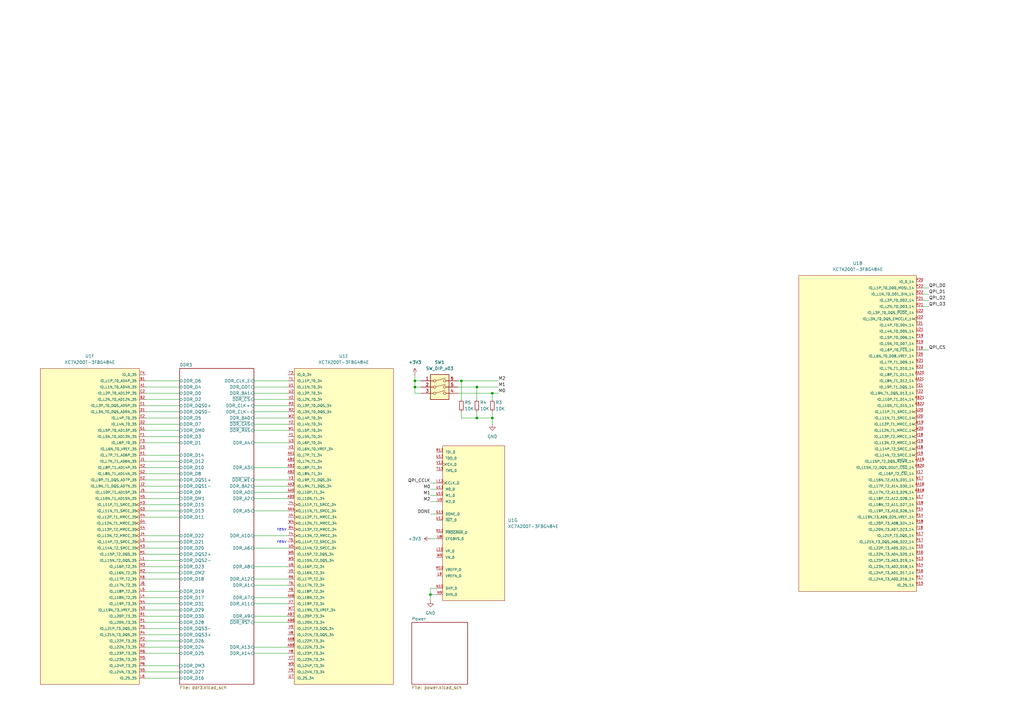
<source format=kicad_sch>
(kicad_sch (version 20231120) (generator "eeschema") (generator_version "8.0")
  (paper "A3")
  (title_block (title "Main"))
  (junction (at 170.18 156.21))
  (junction (at 201.93 171.45))
  (junction (at 189.23 156.21))
  (junction (at 195.58 158.75))
  (junction (at 201.93 161.29))
  (junction (at 195.58 171.45))
  (junction (at 176.53 243.84))
  (junction (at 170.18 158.75))
  (wire (pts (xy 59.69 267.97) (xy 73.66 267.97)))
  (wire (pts (xy 187.96 156.21) (xy 189.23 156.21)))
  (wire (pts (xy 170.18 158.75) (xy 170.18 161.29)))
  (wire (pts (xy 104.14 224.79) (xy 118.11 224.79)))
  (wire (pts (xy 204.47 161.29) (xy 201.93 161.29)))
  (wire (pts (xy 59.69 227.33) (xy 73.66 227.33)))
  (wire (pts (xy 195.58 158.75) (xy 204.47 158.75)))
  (wire (pts (xy 59.69 278.13) (xy 73.66 278.13)))
  (wire (pts (xy 104.14 196.85) (xy 118.11 196.85)))
  (wire (pts (xy 189.23 156.21) (xy 204.47 156.21)))
  (wire (pts (xy 104.14 156.21) (xy 118.11 156.21)))
  (wire (pts (xy 59.69 224.79) (xy 73.66 224.79)))
  (wire (pts (xy 201.93 161.29) (xy 187.96 161.29)))
  (wire (pts (xy 59.69 186.69) (xy 73.66 186.69)))
  (wire (pts (xy 170.18 156.21) (xy 172.72 156.21)))
  (wire (pts (xy 104.14 232.41) (xy 118.11 232.41)))
  (wire (pts (xy 59.69 166.37) (xy 73.66 166.37)))
  (wire (pts (xy 59.69 168.91) (xy 73.66 168.91)))
  (wire (pts (xy 59.69 194.31) (xy 73.66 194.31)))
  (wire (pts (xy 104.14 191.77) (xy 118.11 191.77)))
  (wire (pts (xy 201.93 171.45) (xy 195.58 171.45)))
  (wire (pts (xy 59.69 207.01) (xy 73.66 207.01)))
  (wire (pts (xy 381 120.65) (xy 378.46 120.65)))
  (wire (pts (xy 59.69 265.43) (xy 73.66 265.43)))
  (wire (pts (xy 104.14 252.73) (xy 118.11 252.73)))
  (wire (pts (xy 59.69 255.27) (xy 73.66 255.27)))
  (wire (pts (xy 104.14 163.83) (xy 118.11 163.83)))
  (wire (pts (xy 59.69 250.19) (xy 73.66 250.19)))
  (wire (pts (xy 59.69 212.09) (xy 73.66 212.09)))
  (wire (pts (xy 59.69 275.59) (xy 73.66 275.59)))
  (wire (pts (xy 59.69 222.25) (xy 73.66 222.25)))
  (wire (pts (xy 59.69 237.49) (xy 73.66 237.49)))
  (wire (pts (xy 104.14 201.93) (xy 118.11 201.93)))
  (wire (pts (xy 104.14 168.91) (xy 118.11 168.91)))
  (wire (pts (xy 170.18 156.21) (xy 170.18 158.75)))
  (wire (pts (xy 104.14 166.37) (xy 118.11 166.37)))
  (wire (pts (xy 104.14 173.99) (xy 118.11 173.99)))
  (wire (pts (xy 201.93 168.91) (xy 201.93 171.45)))
  (wire (pts (xy 104.14 158.75) (xy 118.11 158.75)))
  (wire (pts (xy 104.14 171.45) (xy 118.11 171.45)))
  (wire (pts (xy 170.18 158.75) (xy 172.72 158.75)))
  (wire (pts (xy 189.23 168.91) (xy 189.23 171.45)))
  (wire (pts (xy 176.53 210.82) (xy 179.07 210.82)))
  (wire (pts (xy 59.69 219.71) (xy 73.66 219.71)))
  (wire (pts (xy 59.69 156.21) (xy 73.66 156.21)))
  (wire (pts (xy 187.96 158.75) (xy 195.58 158.75)))
  (wire (pts (xy 176.53 198.12) (xy 179.07 198.12)))
  (wire (pts (xy 176.53 243.84) (xy 176.53 241.3)))
  (wire (pts (xy 104.14 209.55) (xy 118.11 209.55)))
  (wire (pts (xy 201.93 161.29) (xy 201.93 163.83)))
  (wire (pts (xy 381 125.73) (xy 378.46 125.73)))
  (wire (pts (xy 195.58 171.45) (xy 195.58 168.91)))
  (wire (pts (xy 59.69 196.85) (xy 73.66 196.85)))
  (wire (pts (xy 176.53 241.3) (xy 179.07 241.3)))
  (wire (pts (xy 59.69 163.83) (xy 73.66 163.83)))
  (wire (pts (xy 59.69 158.75) (xy 73.66 158.75)))
  (wire (pts (xy 176.53 246.38) (xy 176.53 243.84)))
  (wire (pts (xy 59.69 173.99) (xy 73.66 173.99)))
  (wire (pts (xy 59.69 179.07) (xy 73.66 179.07)))
  (wire (pts (xy 59.69 234.95) (xy 73.66 234.95)))
  (wire (pts (xy 170.18 161.29) (xy 172.72 161.29)))
  (wire (pts (xy 59.69 245.11) (xy 73.66 245.11)))
  (wire (pts (xy 104.14 265.43) (xy 118.11 265.43)))
  (wire (pts (xy 189.23 156.21) (xy 189.23 163.83)))
  (wire (pts (xy 104.14 267.97) (xy 118.11 267.97)))
  (wire (pts (xy 59.69 209.55) (xy 73.66 209.55)))
  (wire (pts (xy 59.69 181.61) (xy 73.66 181.61)))
  (wire (pts (xy 59.69 232.41) (xy 73.66 232.41)))
  (wire (pts (xy 59.69 257.81) (xy 73.66 257.81)))
  (wire (pts (xy 59.69 189.23) (xy 73.66 189.23)))
  (wire (pts (xy 104.14 245.11) (xy 118.11 245.11)))
  (wire (pts (xy 59.69 260.35) (xy 73.66 260.35)))
  (wire (pts (xy 201.93 171.45) (xy 201.93 173.99)))
  (wire (pts (xy 59.69 247.65) (xy 73.66 247.65)))
  (wire (pts (xy 104.14 255.27) (xy 118.11 255.27)))
  (wire (pts (xy 189.23 171.45) (xy 195.58 171.45)))
  (wire (pts (xy 59.69 171.45) (xy 73.66 171.45)))
  (wire (pts (xy 104.14 237.49) (xy 118.11 237.49)))
  (wire (pts (xy 195.58 158.75) (xy 195.58 163.83)))
  (wire (pts (xy 104.14 240.03) (xy 118.11 240.03)))
  (wire (pts (xy 104.14 161.29) (xy 118.11 161.29)))
  (wire (pts (xy 381 143.51) (xy 378.46 143.51)))
  (wire (pts (xy 104.14 204.47) (xy 118.11 204.47)))
  (wire (pts (xy 104.14 199.39) (xy 118.11 199.39)))
  (wire (pts (xy 59.69 262.89) (xy 73.66 262.89)))
  (wire (pts (xy 104.14 219.71) (xy 118.11 219.71)))
  (wire (pts (xy 381 118.11) (xy 378.46 118.11)))
  (wire (pts (xy 59.69 199.39) (xy 73.66 199.39)))
  (wire (pts (xy 59.69 229.87) (xy 73.66 229.87)))
  (wire (pts (xy 59.69 191.77) (xy 73.66 191.77)))
  (wire (pts (xy 59.69 201.93) (xy 73.66 201.93)))
  (wire (pts (xy 381 123.19) (xy 378.46 123.19)))
  (wire (pts (xy 59.69 204.47) (xy 73.66 204.47)))
  (wire (pts (xy 176.53 200.66) (xy 179.07 200.66)))
  (wire (pts (xy 176.53 205.74) (xy 179.07 205.74)))
  (wire (pts (xy 104.14 176.53) (xy 118.11 176.53)))
  (wire (pts (xy 176.53 220.98) (xy 179.07 220.98)))
  (wire (pts (xy 59.69 242.57) (xy 73.66 242.57)))
  (wire (pts (xy 170.18 153.67) (xy 170.18 156.21)))
  (wire (pts (xy 176.53 203.2) (xy 179.07 203.2)))
  (wire (pts (xy 59.69 252.73) (xy 73.66 252.73)))
  (wire (pts (xy 176.53 243.84) (xy 179.07 243.84)))
  (wire (pts (xy 104.14 181.61) (xy 118.11 181.61)))
  (wire (pts (xy 59.69 176.53) (xy 73.66 176.53)))
  (wire (pts (xy 59.69 273.05) (xy 73.66 273.05)))
  (wire (pts (xy 104.14 247.65) (xy 118.11 247.65)))
  (wire (pts (xy 59.69 161.29) (xy 73.66 161.29)))
  (text "resv" (at 115.57 222.25 0) (effects (font (size 1.27 1.27))))
  (text "resv" (at 115.57 217.17 0) (effects (font (size 1.27 1.27))))
  (label "M1" (at 176.53 203.2 180))
  (label "M2" (at 204.47 156.21 0))
  (label "QPI_D2" (at 381 123.19 0))
  (label "M2" (at 176.53 205.74 180))
  (label "QPI_D1" (at 381 120.65 0))
  (label "M1" (at 204.47 158.75 0))
  (label "QPI_D3" (at 381 125.73 0))
  (label "QPI_D0" (at 381 118.11 0))
  (label "QPI_CS" (at 381 143.51 0))
  (label "QPI_CCLK" (at 176.53 198.12 180))
  (label "M0" (at 204.47 161.29 0))
  (label "DONE" (at 176.53 210.82 180))
  (label "M0" (at 176.53 200.66 180))
  (symbol (lib_id "eec:XC7A200T-3FBG484E") (at 176.53 185.42 0) (unit 7)
    (property "Reference" "U1" (at 208.28 213.3599 0) (effects (justify left)))
    (property "Value" "XC7A200T-3FBG484E" (at 208.28 215.8999 0) (effects (justify left)))
    (property "Footprint" "eec:Xilinx-XC7A200T-3FBG484E-0-0-MFG" (effects (hide yes)))
    (property "Datasheet" "https://www.xilinx.com/support/documentation/data_sheets/ds181_Artix_7_Data_Sheet.pdf" (effects (hide yes)))
    (property "Description" "XC7A200T-3FBG484E" (effects (hide yes)))
    (property "automotive" "No" (effects (hide yes)))
    (property "category" "IC" (effects (hide yes)))
    (property "ciiva ids" "8919055" (effects (hide yes)))
    (property "device class L1" "Integrated Circuits (ICs)" (effects (hide yes)))
    (property "device class L2" "Embedded Processors and Controllers" (effects (hide yes)))
    (property "device class L3" "FPGAs - Field Programmable Gate Arrays" (effects (hide yes)))
    (property "digikey description" "IC FPGA ARTIX7 285 I/O 484FCBGA" (effects (hide yes)))
    (property "digikey part number" "122-1860-ND" (effects (hide yes)))
    (property "footprint url" "https://www.xilinx.com/support/documentation/user_guides/ug475_7Series_Pkg_Pinout.pdf" (effects (hide yes)))
    (property "height" "2.54mm" (effects (hide yes)))
    (property "ipc land pattern name" "BGA484C100P22X22_2300X2300X234" (effects (hide yes)))
    (property "lead free" "Yes" (effects (hide yes)))
    (property "library id" "eec064ce61a425dd" (effects (hide yes)))
    (property "manufacturer" "Xilinx" (effects (hide yes)))
    (property "max junction temp" "+100°C" (effects (hide yes)))
    (property "max supply voltage" "3.465V" (effects (hide yes)))
    (property "min supply voltage" "0.95V" (effects (hide yes)))
    (property "number of I/Os" "285" (effects (hide yes)))
    (property "number of logic blocks" "33650" (effects (hide yes)))
    (property "number of logic elements cells" "215360" (effects (hide yes)))
    (property "package" "FBG484" (effects (hide yes)))
    (property "release date" "1402480027" (effects (hide yes)))
    (property "rohs" "Yes" (effects (hide yes)))
    (property "speed grade" "3" (effects (hide yes)))
    (property "standoff height" "0.4mm" (effects (hide yes)))
    (property "temperature range high" "+100°C" (effects (hide yes)))
    (property "temperature range low" "0°C" (effects (hide yes)))
    (property "vault revision" "8A58598F-56A5-4DEC-BA3F-FDB4B6026E25" (effects (hide yes)))
  )
  (symbol (lib_id "eec:XC7A200T-3FBG484E") (at 115.57 153.67 0) (mirror y) (unit 5)
    (property "Reference" "U1" (at 140.97 146.05 0))
    (property "Value" "XC7A200T-3FBG484E" (at 140.97 148.59 0))
    (property "Footprint" "eec:Xilinx-XC7A200T-3FBG484E-0-0-MFG" (effects (hide yes)))
    (property "Datasheet" "https://www.xilinx.com/support/documentation/data_sheets/ds181_Artix_7_Data_Sheet.pdf" (effects (hide yes)))
    (property "Description" "XC7A200T-3FBG484E" (effects (hide yes)))
    (property "automotive" "No" (effects (hide yes)))
    (property "category" "IC" (effects (hide yes)))
    (property "ciiva ids" "8919055" (effects (hide yes)))
    (property "device class L1" "Integrated Circuits (ICs)" (effects (hide yes)))
    (property "device class L2" "Embedded Processors and Controllers" (effects (hide yes)))
    (property "device class L3" "FPGAs - Field Programmable Gate Arrays" (effects (hide yes)))
    (property "digikey description" "IC FPGA ARTIX7 285 I/O 484FCBGA" (effects (hide yes)))
    (property "digikey part number" "122-1860-ND" (effects (hide yes)))
    (property "footprint url" "https://www.xilinx.com/support/documentation/user_guides/ug475_7Series_Pkg_Pinout.pdf" (effects (hide yes)))
    (property "height" "2.54mm" (effects (hide yes)))
    (property "ipc land pattern name" "BGA484C100P22X22_2300X2300X234" (effects (hide yes)))
    (property "lead free" "Yes" (effects (hide yes)))
    (property "library id" "eec064ce61a425dd" (effects (hide yes)))
    (property "manufacturer" "Xilinx" (effects (hide yes)))
    (property "max junction temp" "+100°C" (effects (hide yes)))
    (property "max supply voltage" "3.465V" (effects (hide yes)))
    (property "min supply voltage" "0.95V" (effects (hide yes)))
    (property "number of I/Os" "285" (effects (hide yes)))
    (property "number of logic blocks" "33650" (effects (hide yes)))
    (property "number of logic elements cells" "215360" (effects (hide yes)))
    (property "package" "FBG484" (effects (hide yes)))
    (property "release date" "1402480027" (effects (hide yes)))
    (property "rohs" "Yes" (effects (hide yes)))
    (property "speed grade" "3" (effects (hide yes)))
    (property "standoff height" "0.4mm" (effects (hide yes)))
    (property "temperature range high" "+100°C" (effects (hide yes)))
    (property "temperature range low" "0°C" (effects (hide yes)))
    (property "vault revision" "8A58598F-56A5-4DEC-BA3F-FDB4B6026E25" (effects (hide yes)))
  )
  (symbol (lib_id "Switch:SW_DIP_x03") (at 180.34 158.75 0) (unit 1)
    (property "Reference" "SW1" (at 180.34 148.59 0))
    (property "Value" "SW_DIP_x03" (at 180.34 151.13 0))
    (property "Footprint" "Button_Switch_SMD:SW_DIP_SPSTx03_Slide_Omron_A6S-310x_W8.9mm_P2.54mm" (effects (hide yes)))
    (property "Description" "3x DIP Switch, Single Pole Single Throw (SPST) switch, small symbol" (effects (hide yes)))
  )
  (symbol (lib_id "Device:R_Small") (at 201.93 166.37 180) (unit 1)
    (property "Reference" "R3" (at 203.2 165.1 0) (effects (justify right)))
    (property "Value" "10K" (at 203.2 167.64 0) (effects (justify right)))
    (property "Footprint" "Resistor_SMD:R_0402_1005Metric_Pad0.72x0.64mm_HandSolder" (effects (hide yes)))
    (property "Description" "Resistor, small symbol" (effects (hide yes)))
  )
  (symbol (lib_id "Device:R_Small") (at 189.23 166.37 180) (unit 1)
    (property "Reference" "R5" (at 190.5 165.1 0) (effects (justify right)))
    (property "Value" "10K" (at 190.5 167.64 0) (effects (justify right)))
    (property "Footprint" "Resistor_SMD:R_0402_1005Metric_Pad0.72x0.64mm_HandSolder" (effects (hide yes)))
    (property "Description" "Resistor, small symbol" (effects (hide yes)))
  )
  (symbol (lib_id "eec:XC7A200T-3FBG484E") (at 62.23 153.67 0) (unit 6)
    (property "Reference" "U1" (at 36.83 146.05 0))
    (property "Value" "XC7A200T-3FBG484E" (at 36.83 148.59 0))
    (property "Footprint" "eec:Xilinx-XC7A200T-3FBG484E-0-0-MFG" (effects (hide yes)))
    (property "Datasheet" "https://www.xilinx.com/support/documentation/data_sheets/ds181_Artix_7_Data_Sheet.pdf" (effects (hide yes)))
    (property "Description" "XC7A200T-3FBG484E" (effects (hide yes)))
    (property "automotive" "No" (effects (hide yes)))
    (property "category" "IC" (effects (hide yes)))
    (property "ciiva ids" "8919055" (effects (hide yes)))
    (property "device class L1" "Integrated Circuits (ICs)" (effects (hide yes)))
    (property "device class L2" "Embedded Processors and Controllers" (effects (hide yes)))
    (property "device class L3" "FPGAs - Field Programmable Gate Arrays" (effects (hide yes)))
    (property "digikey description" "IC FPGA ARTIX7 285 I/O 484FCBGA" (effects (hide yes)))
    (property "digikey part number" "122-1860-ND" (effects (hide yes)))
    (property "footprint url" "https://www.xilinx.com/support/documentation/user_guides/ug475_7Series_Pkg_Pinout.pdf" (effects (hide yes)))
    (property "height" "2.54mm" (effects (hide yes)))
    (property "ipc land pattern name" "BGA484C100P22X22_2300X2300X234" (effects (hide yes)))
    (property "lead free" "Yes" (effects (hide yes)))
    (property "library id" "eec064ce61a425dd" (effects (hide yes)))
    (property "manufacturer" "Xilinx" (effects (hide yes)))
    (property "max junction temp" "+100°C" (effects (hide yes)))
    (property "max supply voltage" "3.465V" (effects (hide yes)))
    (property "min supply voltage" "0.95V" (effects (hide yes)))
    (property "number of I/Os" "285" (effects (hide yes)))
    (property "number of logic blocks" "33650" (effects (hide yes)))
    (property "number of logic elements cells" "215360" (effects (hide yes)))
    (property "package" "FBG484" (effects (hide yes)))
    (property "release date" "1402480027" (effects (hide yes)))
    (property "rohs" "Yes" (effects (hide yes)))
    (property "speed grade" "3" (effects (hide yes)))
    (property "standoff height" "0.4mm" (effects (hide yes)))
    (property "temperature range high" "+100°C" (effects (hide yes)))
    (property "temperature range low" "0°C" (effects (hide yes)))
    (property "vault revision" "8A58598F-56A5-4DEC-BA3F-FDB4B6026E25" (effects (hide yes)))
  )
  (symbol (lib_id "eec:XC7A200T-3FBG484E") (at 665.48 127 0) (unit 8)
    (property "Reference" "U1" (at 702.31 119.38 0))
    (property "Value" "XC7A200T-3FBG484E" (at 702.31 121.92 0))
    (property "Footprint" "eec:Xilinx-XC7A200T-3FBG484E-0-0-MFG" (effects (hide yes)))
    (property "Datasheet" "https://www.xilinx.com/support/documentation/data_sheets/ds181_Artix_7_Data_Sheet.pdf" (effects (hide yes)))
    (property "Description" "XC7A200T-3FBG484E" (effects (hide yes)))
    (property "automotive" "No" (effects (hide yes)))
    (property "category" "IC" (effects (hide yes)))
    (property "ciiva ids" "8919055" (effects (hide yes)))
    (property "device class L1" "Integrated Circuits (ICs)" (effects (hide yes)))
    (property "device class L2" "Embedded Processors and Controllers" (effects (hide yes)))
    (property "device class L3" "FPGAs - Field Programmable Gate Arrays" (effects (hide yes)))
    (property "digikey description" "IC FPGA ARTIX7 285 I/O 484FCBGA" (effects (hide yes)))
    (property "digikey part number" "122-1860-ND" (effects (hide yes)))
    (property "footprint url" "https://www.xilinx.com/support/documentation/user_guides/ug475_7Series_Pkg_Pinout.pdf" (effects (hide yes)))
    (property "height" "2.54mm" (effects (hide yes)))
    (property "ipc land pattern name" "BGA484C100P22X22_2300X2300X234" (effects (hide yes)))
    (property "lead free" "Yes" (effects (hide yes)))
    (property "library id" "eec064ce61a425dd" (effects (hide yes)))
    (property "manufacturer" "Xilinx" (effects (hide yes)))
    (property "max junction temp" "+100°C" (effects (hide yes)))
    (property "max supply voltage" "3.465V" (effects (hide yes)))
    (property "min supply voltage" "0.95V" (effects (hide yes)))
    (property "number of I/Os" "285" (effects (hide yes)))
    (property "number of logic blocks" "33650" (effects (hide yes)))
    (property "number of logic elements cells" "215360" (effects (hide yes)))
    (property "package" "FBG484" (effects (hide yes)))
    (property "release date" "1402480027" (effects (hide yes)))
    (property "rohs" "Yes" (effects (hide yes)))
    (property "speed grade" "3" (effects (hide yes)))
    (property "standoff height" "0.4mm" (effects (hide yes)))
    (property "temperature range high" "+100°C" (effects (hide yes)))
    (property "temperature range low" "0°C" (effects (hide yes)))
    (property "vault revision" "8A58598F-56A5-4DEC-BA3F-FDB4B6026E25" (effects (hide yes)))
  )
  (symbol (lib_id "power:+3V3") (at 176.53 220.98 90) (unit 1)
    (property "Reference" "#PWR019" (effects (hide yes)))
    (property "Value" "+3V3" (at 172.72 220.9799 90) (effects (justify left)))
    (property "Description" "Power symbol creates a global label with name \"+3V3\"" (effects (hide yes)))
  )
  (symbol (lib_id "eec:XC7A200T-3FBG484E") (at 589.28 25.4 0) (unit 4)
    (property "Reference" "U1" (at 563.88 17.78 0))
    (property "Value" "XC7A200T-3FBG484E" (at 563.88 20.32 0))
    (property "Footprint" "eec:Xilinx-XC7A200T-3FBG484E-0-0-MFG" (effects (hide yes)))
    (property "Datasheet" "https://www.xilinx.com/support/documentation/data_sheets/ds181_Artix_7_Data_Sheet.pdf" (effects (hide yes)))
    (property "Description" "XC7A200T-3FBG484E" (effects (hide yes)))
    (property "automotive" "No" (effects (hide yes)))
    (property "category" "IC" (effects (hide yes)))
    (property "ciiva ids" "8919055" (effects (hide yes)))
    (property "device class L1" "Integrated Circuits (ICs)" (effects (hide yes)))
    (property "device class L2" "Embedded Processors and Controllers" (effects (hide yes)))
    (property "device class L3" "FPGAs - Field Programmable Gate Arrays" (effects (hide yes)))
    (property "digikey description" "IC FPGA ARTIX7 285 I/O 484FCBGA" (effects (hide yes)))
    (property "digikey part number" "122-1860-ND" (effects (hide yes)))
    (property "footprint url" "https://www.xilinx.com/support/documentation/user_guides/ug475_7Series_Pkg_Pinout.pdf" (effects (hide yes)))
    (property "height" "2.54mm" (effects (hide yes)))
    (property "ipc land pattern name" "BGA484C100P22X22_2300X2300X234" (effects (hide yes)))
    (property "lead free" "Yes" (effects (hide yes)))
    (property "library id" "eec064ce61a425dd" (effects (hide yes)))
    (property "manufacturer" "Xilinx" (effects (hide yes)))
    (property "max junction temp" "+100°C" (effects (hide yes)))
    (property "max supply voltage" "3.465V" (effects (hide yes)))
    (property "min supply voltage" "0.95V" (effects (hide yes)))
    (property "number of I/Os" "285" (effects (hide yes)))
    (property "number of logic blocks" "33650" (effects (hide yes)))
    (property "number of logic elements cells" "215360" (effects (hide yes)))
    (property "package" "FBG484" (effects (hide yes)))
    (property "release date" "1402480027" (effects (hide yes)))
    (property "rohs" "Yes" (effects (hide yes)))
    (property "speed grade" "3" (effects (hide yes)))
    (property "standoff height" "0.4mm" (effects (hide yes)))
    (property "temperature range high" "+100°C" (effects (hide yes)))
    (property "temperature range low" "0°C" (effects (hide yes)))
    (property "vault revision" "8A58598F-56A5-4DEC-BA3F-FDB4B6026E25" (effects (hide yes)))
  )
  (symbol (lib_id "Device:R_Small") (at 195.58 166.37 180) (unit 1)
    (property "Reference" "R4" (at 196.85 165.1 0) (effects (justify right)))
    (property "Value" "10K" (at 196.85 167.64 0) (effects (justify right)))
    (property "Footprint" "Resistor_SMD:R_0402_1005Metric_Pad0.72x0.64mm_HandSolder" (effects (hide yes)))
    (property "Description" "Resistor, small symbol" (effects (hide yes)))
  )
  (symbol (lib_id "eec:XC7A200T-3FBG484E") (at 381 115.57 0) (unit 2)
    (property "Reference" "U1" (at 351.79 107.95 0))
    (property "Value" "XC7A200T-3FBG484E" (at 351.79 110.49 0))
    (property "Footprint" "eec:Xilinx-XC7A200T-3FBG484E-0-0-MFG" (effects (hide yes)))
    (property "Datasheet" "https://www.xilinx.com/support/documentation/data_sheets/ds181_Artix_7_Data_Sheet.pdf" (effects (hide yes)))
    (property "Description" "XC7A200T-3FBG484E" (effects (hide yes)))
    (property "automotive" "No" (effects (hide yes)))
    (property "category" "IC" (effects (hide yes)))
    (property "ciiva ids" "8919055" (effects (hide yes)))
    (property "device class L1" "Integrated Circuits (ICs)" (effects (hide yes)))
    (property "device class L2" "Embedded Processors and Controllers" (effects (hide yes)))
    (property "device class L3" "FPGAs - Field Programmable Gate Arrays" (effects (hide yes)))
    (property "digikey description" "IC FPGA ARTIX7 285 I/O 484FCBGA" (effects (hide yes)))
    (property "digikey part number" "122-1860-ND" (effects (hide yes)))
    (property "footprint url" "https://www.xilinx.com/support/documentation/user_guides/ug475_7Series_Pkg_Pinout.pdf" (effects (hide yes)))
    (property "height" "2.54mm" (effects (hide yes)))
    (property "ipc land pattern name" "BGA484C100P22X22_2300X2300X234" (effects (hide yes)))
    (property "lead free" "Yes" (effects (hide yes)))
    (property "library id" "eec064ce61a425dd" (effects (hide yes)))
    (property "manufacturer" "Xilinx" (effects (hide yes)))
    (property "max junction temp" "+100°C" (effects (hide yes)))
    (property "max supply voltage" "3.465V" (effects (hide yes)))
    (property "min supply voltage" "0.95V" (effects (hide yes)))
    (property "number of I/Os" "285" (effects (hide yes)))
    (property "number of logic blocks" "33650" (effects (hide yes)))
    (property "number of logic elements cells" "215360" (effects (hide yes)))
    (property "package" "FBG484" (effects (hide yes)))
    (property "release date" "1402480027" (effects (hide yes)))
    (property "rohs" "Yes" (effects (hide yes)))
    (property "speed grade" "3" (effects (hide yes)))
    (property "standoff height" "0.4mm" (effects (hide yes)))
    (property "temperature range high" "+100°C" (effects (hide yes)))
    (property "temperature range low" "0°C" (effects (hide yes)))
    (property "vault revision" "8A58598F-56A5-4DEC-BA3F-FDB4B6026E25" (effects (hide yes)))
  )
  (symbol (lib_id "eec:XC7A200T-3FBG484E") (at 518.16 -102.87 0) (unit 1)
    (property "Reference" "U1" (at 492.76 -110.49 0))
    (property "Value" "XC7A200T-3FBG484E" (at 492.76 -107.95 0))
    (property "Footprint" "eec:Xilinx-XC7A200T-3FBG484E-0-0-MFG" (effects (hide yes)))
    (property "Datasheet" "https://www.xilinx.com/support/documentation/data_sheets/ds181_Artix_7_Data_Sheet.pdf" (effects (hide yes)))
    (property "Description" "XC7A200T-3FBG484E" (effects (hide yes)))
    (property "automotive" "No" (effects (hide yes)))
    (property "category" "IC" (effects (hide yes)))
    (property "ciiva ids" "8919055" (effects (hide yes)))
    (property "device class L1" "Integrated Circuits (ICs)" (effects (hide yes)))
    (property "device class L2" "Embedded Processors and Controllers" (effects (hide yes)))
    (property "device class L3" "FPGAs - Field Programmable Gate Arrays" (effects (hide yes)))
    (property "digikey description" "IC FPGA ARTIX7 285 I/O 484FCBGA" (effects (hide yes)))
    (property "digikey part number" "122-1860-ND" (effects (hide yes)))
    (property "footprint url" "https://www.xilinx.com/support/documentation/user_guides/ug475_7Series_Pkg_Pinout.pdf" (effects (hide yes)))
    (property "height" "2.54mm" (effects (hide yes)))
    (property "ipc land pattern name" "BGA484C100P22X22_2300X2300X234" (effects (hide yes)))
    (property "lead free" "Yes" (effects (hide yes)))
    (property "library id" "eec064ce61a425dd" (effects (hide yes)))
    (property "manufacturer" "Xilinx" (effects (hide yes)))
    (property "max junction temp" "+100°C" (effects (hide yes)))
    (property "max supply voltage" "3.465V" (effects (hide yes)))
    (property "min supply voltage" "0.95V" (effects (hide yes)))
    (property "number of I/Os" "285" (effects (hide yes)))
    (property "number of logic blocks" "33650" (effects (hide yes)))
    (property "number of logic elements cells" "215360" (effects (hide yes)))
    (property "package" "FBG484" (effects (hide yes)))
    (property "release date" "1402480027" (effects (hide yes)))
    (property "rohs" "Yes" (effects (hide yes)))
    (property "speed grade" "3" (effects (hide yes)))
    (property "standoff height" "0.4mm" (effects (hide yes)))
    (property "temperature range high" "+100°C" (effects (hide yes)))
    (property "temperature range low" "0°C" (effects (hide yes)))
    (property "vault revision" "8A58598F-56A5-4DEC-BA3F-FDB4B6026E25" (effects (hide yes)))
  )
  (symbol (lib_id "power:+3V3") (at 170.18 153.67 0) (unit 1)
    (property "Reference" "#PWR020" (effects (hide yes)))
    (property "Value" "+3V3" (at 170.18 148.59 0))
    (property "Description" "Power symbol creates a global label with name \"+3V3\"" (effects (hide yes)))
  )
  (symbol (lib_id "power:GND") (at 176.53 246.38 0) (unit 1)
    (property "Reference" "#PWR022" (effects (hide yes)))
    (property "Value" "GND" (at 176.53 251.46 0))
    (property "Description" "Power symbol creates a global label with name \"GND\" , ground" (effects (hide yes)))
  )
  (symbol (lib_id "eec:XC7A200T-3FBG484E") (at 510.54 31.75 0) (unit 3)
    (property "Reference" "U1" (at 485.14 24.13 0))
    (property "Value" "XC7A200T-3FBG484E" (at 485.14 26.67 0))
    (property "Footprint" "eec:Xilinx-XC7A200T-3FBG484E-0-0-MFG" (effects (hide yes)))
    (property "Datasheet" "https://www.xilinx.com/support/documentation/data_sheets/ds181_Artix_7_Data_Sheet.pdf" (effects (hide yes)))
    (property "Description" "XC7A200T-3FBG484E" (effects (hide yes)))
    (property "automotive" "No" (effects (hide yes)))
    (property "category" "IC" (effects (hide yes)))
    (property "ciiva ids" "8919055" (effects (hide yes)))
    (property "device class L1" "Integrated Circuits (ICs)" (effects (hide yes)))
    (property "device class L2" "Embedded Processors and Controllers" (effects (hide yes)))
    (property "device class L3" "FPGAs - Field Programmable Gate Arrays" (effects (hide yes)))
    (property "digikey description" "IC FPGA ARTIX7 285 I/O 484FCBGA" (effects (hide yes)))
    (property "digikey part number" "122-1860-ND" (effects (hide yes)))
    (property "footprint url" "https://www.xilinx.com/support/documentation/user_guides/ug475_7Series_Pkg_Pinout.pdf" (effects (hide yes)))
    (property "height" "2.54mm" (effects (hide yes)))
    (property "ipc land pattern name" "BGA484C100P22X22_2300X2300X234" (effects (hide yes)))
    (property "lead free" "Yes" (effects (hide yes)))
    (property "library id" "eec064ce61a425dd" (effects (hide yes)))
    (property "manufacturer" "Xilinx" (effects (hide yes)))
    (property "max junction temp" "+100°C" (effects (hide yes)))
    (property "max supply voltage" "3.465V" (effects (hide yes)))
    (property "min supply voltage" "0.95V" (effects (hide yes)))
    (property "number of I/Os" "285" (effects (hide yes)))
    (property "number of logic blocks" "33650" (effects (hide yes)))
    (property "number of logic elements cells" "215360" (effects (hide yes)))
    (property "package" "FBG484" (effects (hide yes)))
    (property "release date" "1402480027" (effects (hide yes)))
    (property "rohs" "Yes" (effects (hide yes)))
    (property "speed grade" "3" (effects (hide yes)))
    (property "standoff height" "0.4mm" (effects (hide yes)))
    (property "temperature range high" "+100°C" (effects (hide yes)))
    (property "temperature range low" "0°C" (effects (hide yes)))
    (property "vault revision" "8A58598F-56A5-4DEC-BA3F-FDB4B6026E25" (effects (hide yes)))
  )
  (symbol (lib_id "power:GND") (at 201.93 173.99 0) (unit 1)
    (property "Reference" "#PWR021" (effects (hide yes)))
    (property "Value" "GND" (at 201.93 179.07 0))
    (property "Description" "Power symbol creates a global label with name \"GND\" , ground" (effects (hide yes)))
  )
  (sheet (at 73.66 151.13) (size 30.48 129.54) (stroke (width 0.1524))
    (property "Sheetname" "DDR3" (at 73.66 150.4184 0) (effects (justify left bottom)))
    (property "Sheetfile" "ddr3.kicad_sch" (at 73.66 281.2546 0) (effects (justify left top)))
    (pin "DDR_D4" bidirectional (at 73.66 158.75 180))
    (pin "DDR_D2" bidirectional (at 73.66 163.83 180))
    (pin "DDR_D1" bidirectional (at 73.66 181.61 180))
    (pin "DDR_D3" bidirectional (at 73.66 179.07 180))
    (pin "DDR_D0" bidirectional (at 73.66 161.29 180))
    (pin "DDR_D5" bidirectional (at 73.66 171.45 180))
    (pin "DDR_D9" bidirectional (at 73.66 201.93 180))
    (pin "DDR_D6" bidirectional (at 73.66 156.21 180))
    (pin "DDR_D8" bidirectional (at 73.66 194.31 180))
    (pin "DDR_D11" bidirectional (at 73.66 212.09 180))
    (pin "DDR_D7" bidirectional (at 73.66 173.99 180))
    (pin "DDR_D10" bidirectional (at 73.66 191.77 180))
    (pin "DDR_D12" bidirectional (at 73.66 189.23 180))
    (pin "DDR_D14" bidirectional (at 73.66 186.69 180))
    (pin "DDR_D15" bidirectional (at 73.66 207.01 180))
    (pin "DDR_D13" bidirectional (at 73.66 209.55 180))
    (pin "DDR_D21" bidirectional (at 73.66 222.25 180))
    (pin "DDR_D25" bidirectional (at 73.66 267.97 180))
    (pin "DDR_D22" bidirectional (at 73.66 219.71 180))
    (pin "DDR_D24" bidirectional (at 73.66 265.43 180))
    (pin "DDR_D23" bidirectional (at 73.66 232.41 180))
    (pin "DDR_D29" bidirectional (at 73.66 250.19 180))
    (pin "DDR_D31" bidirectional (at 73.66 247.65 180))
    (pin "DDR_D26" bidirectional (at 73.66 262.89 180))
    (pin "DDR_D30" bidirectional (at 73.66 252.73 180))
    (pin "DDR_D27" bidirectional (at 73.66 275.59 180))
    (pin "DDR_D28" bidirectional (at 73.66 255.27 180))
    (pin "DDR_D17" bidirectional (at 73.66 245.11 180))
    (pin "DDR_D18" bidirectional (at 73.66 237.49 180))
    (pin "DDR_D19" bidirectional (at 73.66 242.57 180))
    (pin "DDR_D16" bidirectional (at 73.66 278.13 180))
    (pin "DDR_D20" bidirectional (at 73.66 224.79 180))
    (pin "~{DDR_CAS}" input (at 104.14 173.99 0))
    (pin "DDR_ODT" input (at 104.14 158.75 0))
    (pin "DDR_CLK_E" input (at 104.14 156.21 0))
    (pin "~{DDR_RST}" input (at 104.14 255.27 0))
    (pin "~{DDR_WE}" input (at 104.14 196.85 0))
    (pin "~{DDR_CS}" input (at 104.14 163.83 0))
    (pin "~{DDR_RAS}" input (at 104.14 176.53 0))
    (pin "DDR_DM3" input (at 73.66 273.05 180))
    (pin "DDR_DM2" input (at 73.66 234.95 180))
    (pin "DDR_BA2" input (at 104.14 199.39 0))
    (pin "DDR_BA1" input (at 104.14 161.29 0))
    (pin "DDR_BA0" input (at 104.14 171.45 0))
    (pin "DDR_A11" input (at 104.14 247.65 0))
    (pin "DDR_A12" input (at 104.14 237.49 0))
    (pin "DDR_A14" input (at 104.14 267.97 0))
    (pin "DDR_A10" input (at 104.14 219.71 0))
    (pin "DDR_A13" input (at 104.14 265.43 0))
    (pin "DDR_A5" input (at 104.14 209.55 0))
    (pin "DDR_A1" input (at 104.14 240.03 0))
    (pin "DDR_A3" input (at 104.14 191.77 0))
    (pin "DDR_A2" input (at 104.14 204.47 0))
    (pin "DDR_A4" input (at 104.14 181.61 0))
    (pin "DDR_A0" input (at 104.14 201.93 0))
    (pin "DDR_A6" input (at 104.14 224.79 0))
    (pin "DDR_A7" input (at 104.14 245.11 0))
    (pin "DDR_A8" input (at 104.14 232.41 0))
    (pin "DDR_A9" input (at 104.14 252.73 0))
    (pin "DDR_DM1" input (at 73.66 204.47 180))
    (pin "DDR_DM0" input (at 73.66 176.53 180))
    (pin "DDR_DQS2+" bidirectional (at 73.66 227.33 180))
    (pin "DDR_DQS3+" bidirectional (at 73.66 260.35 180))
    (pin "DDR_DQS2-" bidirectional (at 73.66 229.87 180))
    (pin "DDR_DQS3-" bidirectional (at 73.66 257.81 180))
    (pin "DDR_CLK+" input (at 104.14 166.37 0))
    (pin "DDR_CLK-" input (at 104.14 168.91 0))
    (pin "DDR_DQS0+" bidirectional (at 73.66 166.37 180))
    (pin "DDR_DQS1+" bidirectional (at 73.66 196.85 180))
    (pin "DDR_DQS0-" bidirectional (at 73.66 168.91 180))
    (pin "DDR_DQS1-" bidirectional (at 73.66 199.39 180))
  )
  (sheet (at 168.91 255.27) (size 22.86 25.4) (stroke (width 0.1524))
    (property "Sheetname" "Power" (at 168.91 254.5584 0) (effects (justify left bottom)))
    (property "Sheetfile" "power.kicad_sch" (at 168.91 281.2546 0) (effects (justify left top)))
  )
)
</source>
